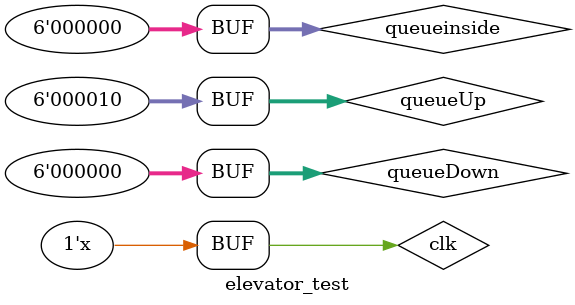
<source format=v>
`timescale 1ps/1ps

`include "../rtl/elevator_control.v"

module elevator_test;

//reg clk;															//电梯基准时钟
//reg  [3 :0] outsideUp;									//电梯外上升请求按钮
//reg  [3 :0] outsideDown;								//电梯外下降请求按钮
//reg  [3 :0] insideFloor;								//电梯内楼层按钮
//wire  [3 :0] queueUp,queueDown,queueinside;		//电梯请求楼层序列
//
//
//initial begin
//	clk = 1'b0;
//	outsideUp = 4'b0000;
//	outsideDown = 4'b0000;
//	insideFloor = 4'b0000;
//	
//	#2000
//	outsideUp = 4'b0010;
//	#100
//	outsideUp = 4'b0000;
//end
//
//always #1 clk = ~clk;
//
//elevator_input test(clk,outsideUp,outsideDown,insideFloor,queueUp,queueDown,queueinside);


reg clk;
reg [5 :0] queueUp,queueDown,queueinside;		//电梯请求楼层序列
wire currentFloor;
wire [5 :0] queueUp_new,queueDown_new,queueinside_new;
wire clock;
initial begin
	clk = 1'b0;
	queueUp = 6'b000000;
	queueDown = 6'b000000;
	queueinside = 6'b000000;
	
	
	#25 queueUp=6'b000010;
	
end

always #1 clk = ~clk;

elevator_clk a1(clk,clock);
elevator_control a2(clock,clk,queueUp,queueDown,queueinside,currentFloor,queueUp_new,queueDown_new,queueinside_new);
endmodule


</source>
